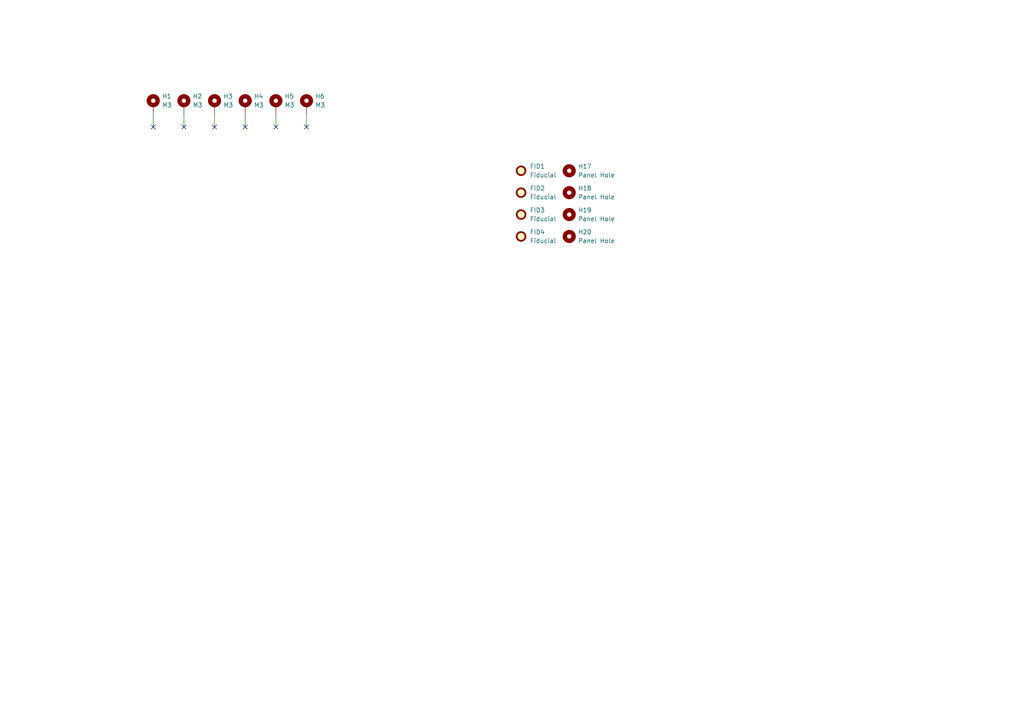
<source format=kicad_sch>
(kicad_sch (version 20231120) (generator "eeschema") (generator_version "8.0")
  (paper "A4")
  (title_block (title "Audio Thing Template") (rev "1.0") (company "velvia-fifty") (comment 1 "https://github.com/velvia-fifty/AudioThings") (comment 2 "You should have changed this already :)") (comment 4 "Stay humble"))
  (lib_symbols
    (symbol "Mechanical:Fiducial" (exclude_from_sim yes) (in_bom no)
      (property "Reference" "FID" (at 0 5.08 0))
      (property "Value" "Fiducial" (at 0 3.175 0))
      (symbol "Fiducial_0_1"
        (circle (center 0 0) (radius 1.27) (stroke (width 0.508)) (fill (type background)))
      )
    )
    (symbol "Mechanical:MountingHole" (pin_names (offset 1.016)) (exclude_from_sim yes) (in_bom no)
      (property "Reference" "H" (at 0 5.08 0))
      (property "Value" "MountingHole" (at 0 3.175 0))
      (symbol "MountingHole_0_1"
        (circle (center 0 0) (radius 1.27) (stroke (width 1.27)))
      )
    )
    (symbol "Mechanical:MountingHole_Pad" (pin_numbers hide) (pin_names (offset 1.016) hide) (exclude_from_sim yes) (in_bom no)
      (property "Reference" "H" (at 0 6.35 0))
      (property "Value" "MountingHole_Pad" (at 0 4.445 0))
      (symbol "MountingHole_Pad_0_1"
        (circle (center 0 1.27) (radius 1.27) (stroke (width 1.27)))
      )
      (symbol "MountingHole_Pad_1_1"
        (pin input line (at 0 -2.54 90) (length 2.54) (name "1") (number "1"))
      )
    )
  )
  (no_connect (at 44.45 36.83))
  (no_connect (at 80.01 36.83))
  (no_connect (at 53.34 36.83))
  (no_connect (at 88.9 36.83))
  (no_connect (at 71.12 36.83))
  (no_connect (at 62.23 36.83))
  (wire (pts (xy 53.34 33.02) (xy 53.34 36.83)))
  (wire (pts (xy 88.9 33.02) (xy 88.9 36.83)))
  (wire (pts (xy 44.45 33.02) (xy 44.45 36.83)))
  (wire (pts (xy 80.01 33.02) (xy 80.01 36.83)))
  (wire (pts (xy 62.23 33.02) (xy 62.23 36.83)))
  (wire (pts (xy 71.12 33.02) (xy 71.12 36.83)))
  (symbol (lib_id "Mechanical:MountingHole_Pad") (at 62.23 30.48 0) (unit 1) (exclude_from_sim yes) (in_bom no)
    (property "Reference" "H3" (at 64.77 27.9399 0) (effects (justify left)))
    (property "Value" "M3" (at 64.77 30.4799 0) (effects (justify left)))
    (property "Footprint" "MountingHole:MountingHole_3.2mm_M3_DIN965_Pad" (effects (hide yes)))
    (property "Description" "Mounting Hole with connection" (effects (hide yes)))
  )
  (symbol (lib_id "Mechanical:MountingHole_Pad") (at 53.34 30.48 0) (unit 1) (exclude_from_sim yes) (in_bom no)
    (property "Reference" "H2" (at 55.88 27.9399 0) (effects (justify left)))
    (property "Value" "M3" (at 55.88 30.4799 0) (effects (justify left)))
    (property "Footprint" "MountingHole:MountingHole_3.2mm_M3_DIN965_Pad" (effects (hide yes)))
    (property "Description" "Mounting Hole with connection" (effects (hide yes)))
  )
  (symbol (lib_id "Mechanical:MountingHole_Pad") (at 44.45 30.48 0) (unit 1) (exclude_from_sim yes) (in_bom no)
    (property "Reference" "H1" (at 46.99 27.9399 0) (effects (justify left)))
    (property "Value" "M3" (at 46.99 30.4799 0) (effects (justify left)))
    (property "Footprint" "MountingHole:MountingHole_3.2mm_M3_DIN965_Pad" (effects (hide yes)))
    (property "Description" "Mounting Hole with connection" (effects (hide yes)))
  )
  (symbol (lib_id "Mechanical:MountingHole") (at 165.1 49.53 0) (unit 1) (exclude_from_sim yes) (in_bom no)
    (property "Reference" "H17" (at 167.64 48.2599 0) (effects (justify left)))
    (property "Value" "Panel Hole" (at 167.64 50.7999 0) (effects (justify left)))
    (property "Footprint" "AT-Footprints:Panel - Hole" (effects (hide yes)))
    (property "Description" "Mounting Hole without connection" (effects (hide yes)))
  )
  (symbol (lib_id "Mechanical:MountingHole") (at 165.1 62.23 0) (unit 1) (exclude_from_sim yes) (in_bom no)
    (property "Reference" "H19" (at 167.64 60.9599 0) (effects (justify left)))
    (property "Value" "Panel Hole" (at 167.64 63.4999 0) (effects (justify left)))
    (property "Footprint" "AT-Footprints:Panel - Hole" (effects (hide yes)))
    (property "Description" "Mounting Hole without connection" (effects (hide yes)))
  )
  (symbol (lib_id "Mechanical:MountingHole_Pad") (at 71.12 30.48 0) (unit 1) (exclude_from_sim yes) (in_bom no)
    (property "Reference" "H4" (at 73.66 27.9399 0) (effects (justify left)))
    (property "Value" "M3" (at 73.66 30.4799 0) (effects (justify left)))
    (property "Footprint" "MountingHole:MountingHole_3.2mm_M3_DIN965_Pad" (effects (hide yes)))
    (property "Description" "Mounting Hole with connection" (effects (hide yes)))
  )
  (symbol (lib_id "Mechanical:Fiducial") (at 151.13 49.53 0) (unit 1) (exclude_from_sim yes) (in_bom no)
    (property "Reference" "FID1" (at 153.67 48.2599 0) (effects (justify left)))
    (property "Value" "Fiducial" (at 153.67 50.7999 0) (effects (justify left)))
    (property "Footprint" "Fiducial:Fiducial_1mm_Mask3mm" (effects (hide yes)))
    (property "Description" "Fiducial Marker" (effects (hide yes)))
  )
  (symbol (lib_id "Mechanical:MountingHole") (at 165.1 68.58 0) (unit 1) (exclude_from_sim yes) (in_bom no)
    (property "Reference" "H20" (at 167.64 67.3099 0) (effects (justify left)))
    (property "Value" "Panel Hole" (at 167.64 69.8499 0) (effects (justify left)))
    (property "Footprint" "AT-Footprints:Panel - Hole" (effects (hide yes)))
    (property "Description" "Mounting Hole without connection" (effects (hide yes)))
  )
  (symbol (lib_id "Mechanical:Fiducial") (at 151.13 68.58 0) (unit 1) (exclude_from_sim yes) (in_bom no)
    (property "Reference" "FID4" (at 153.67 67.3099 0) (effects (justify left)))
    (property "Value" "Fiducial" (at 153.67 69.8499 0) (effects (justify left)))
    (property "Footprint" "Fiducial:Fiducial_1mm_Mask3mm" (effects (hide yes)))
    (property "Description" "Fiducial Marker" (effects (hide yes)))
  )
  (symbol (lib_id "Mechanical:Fiducial") (at 151.13 62.23 0) (unit 1) (exclude_from_sim yes) (in_bom no)
    (property "Reference" "FID3" (at 153.67 60.9599 0) (effects (justify left)))
    (property "Value" "Fiducial" (at 153.67 63.4999 0) (effects (justify left)))
    (property "Footprint" "Fiducial:Fiducial_1mm_Mask3mm" (effects (hide yes)))
    (property "Description" "Fiducial Marker" (effects (hide yes)))
  )
  (symbol (lib_id "Mechanical:MountingHole_Pad") (at 80.01 30.48 0) (unit 1) (exclude_from_sim yes) (in_bom no)
    (property "Reference" "H5" (at 82.55 27.9399 0) (effects (justify left)))
    (property "Value" "M3" (at 82.55 30.4799 0) (effects (justify left)))
    (property "Footprint" "MountingHole:MountingHole_3.2mm_M3_DIN965_Pad" (effects (hide yes)))
    (property "Description" "Mounting Hole with connection" (effects (hide yes)))
  )
  (symbol (lib_id "Mechanical:MountingHole_Pad") (at 88.9 30.48 0) (unit 1) (exclude_from_sim yes) (in_bom no)
    (property "Reference" "H6" (at 91.44 27.9399 0) (effects (justify left)))
    (property "Value" "M3" (at 91.44 30.4799 0) (effects (justify left)))
    (property "Footprint" "MountingHole:MountingHole_3.2mm_M3_DIN965_Pad" (effects (hide yes)))
    (property "Description" "Mounting Hole with connection" (effects (hide yes)))
  )
  (symbol (lib_id "Mechanical:Fiducial") (at 151.13 55.88 0) (unit 1) (exclude_from_sim yes) (in_bom no)
    (property "Reference" "FID2" (at 153.67 54.6099 0) (effects (justify left)))
    (property "Value" "Fiducial" (at 153.67 57.1499 0) (effects (justify left)))
    (property "Footprint" "Fiducial:Fiducial_1mm_Mask3mm" (effects (hide yes)))
    (property "Description" "Fiducial Marker" (effects (hide yes)))
  )
  (symbol (lib_id "Mechanical:MountingHole") (at 165.1 55.88 0) (unit 1) (exclude_from_sim yes) (in_bom no)
    (property "Reference" "H18" (at 167.64 54.6099 0) (effects (justify left)))
    (property "Value" "Panel Hole" (at 167.64 57.1499 0) (effects (justify left)))
    (property "Footprint" "AT-Footprints:Panel - Hole" (effects (hide yes)))
    (property "Description" "Mounting Hole without connection" (effects (hide yes)))
  )
)
</source>
